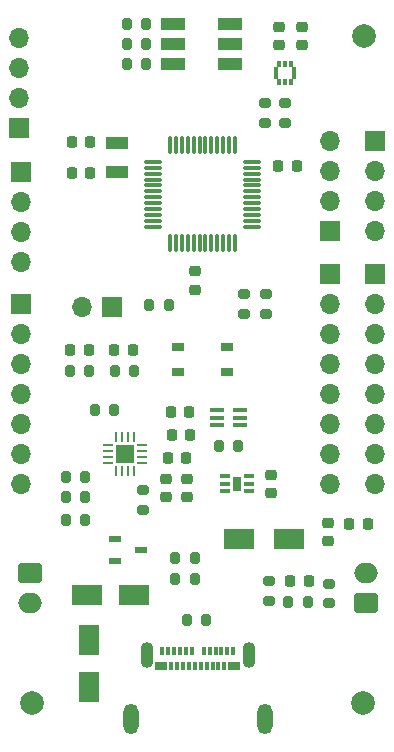
<source format=gbr>
%TF.GenerationSoftware,KiCad,Pcbnew,(6.0.5)*%
%TF.CreationDate,2022-07-28T11:09:16-06:00*%
%TF.ProjectId,transmitter,7472616e-736d-4697-9474-65722e6b6963,rev?*%
%TF.SameCoordinates,Original*%
%TF.FileFunction,Soldermask,Top*%
%TF.FilePolarity,Negative*%
%FSLAX46Y46*%
G04 Gerber Fmt 4.6, Leading zero omitted, Abs format (unit mm)*
G04 Created by KiCad (PCBNEW (6.0.5)) date 2022-07-28 11:09:16*
%MOMM*%
%LPD*%
G01*
G04 APERTURE LIST*
G04 Aperture macros list*
%AMRoundRect*
0 Rectangle with rounded corners*
0 $1 Rounding radius*
0 $2 $3 $4 $5 $6 $7 $8 $9 X,Y pos of 4 corners*
0 Add a 4 corners polygon primitive as box body*
4,1,4,$2,$3,$4,$5,$6,$7,$8,$9,$2,$3,0*
0 Add four circle primitives for the rounded corners*
1,1,$1+$1,$2,$3*
1,1,$1+$1,$4,$5*
1,1,$1+$1,$6,$7*
1,1,$1+$1,$8,$9*
0 Add four rect primitives between the rounded corners*
20,1,$1+$1,$2,$3,$4,$5,0*
20,1,$1+$1,$4,$5,$6,$7,0*
20,1,$1+$1,$6,$7,$8,$9,0*
20,1,$1+$1,$8,$9,$2,$3,0*%
G04 Aperture macros list end*
%ADD10R,1.700000X1.700000*%
%ADD11O,1.700000X1.700000*%
%ADD12RoundRect,0.250000X-0.750000X0.600000X-0.750000X-0.600000X0.750000X-0.600000X0.750000X0.600000X0*%
%ADD13O,2.000000X1.700000*%
%ADD14RoundRect,0.225000X-0.225000X-0.250000X0.225000X-0.250000X0.225000X0.250000X-0.225000X0.250000X0*%
%ADD15RoundRect,0.225000X0.250000X-0.225000X0.250000X0.225000X-0.250000X0.225000X-0.250000X-0.225000X0*%
%ADD16RoundRect,0.200000X0.200000X0.275000X-0.200000X0.275000X-0.200000X-0.275000X0.200000X-0.275000X0*%
%ADD17RoundRect,0.225000X-0.250000X0.225000X-0.250000X-0.225000X0.250000X-0.225000X0.250000X0.225000X0*%
%ADD18RoundRect,0.200000X-0.200000X-0.275000X0.200000X-0.275000X0.200000X0.275000X-0.200000X0.275000X0*%
%ADD19R,0.300000X0.700000*%
%ADD20R,1.000000X0.700000*%
%ADD21O,1.100000X2.200000*%
%ADD22O,1.300000X2.600000*%
%ADD23RoundRect,0.200000X-0.275000X0.200000X-0.275000X-0.200000X0.275000X-0.200000X0.275000X0.200000X0*%
%ADD24RoundRect,0.008100X-0.421900X-0.126900X0.421900X-0.126900X0.421900X0.126900X-0.421900X0.126900X0*%
%ADD25R,0.750000X1.200000*%
%ADD26R,1.800000X2.500000*%
%ADD27RoundRect,0.007000X0.168000X-0.183000X0.168000X0.183000X-0.168000X0.183000X-0.168000X-0.183000X0*%
%ADD28C,2.000000*%
%ADD29R,2.000000X1.100000*%
%ADD30RoundRect,0.225000X0.225000X0.250000X-0.225000X0.250000X-0.225000X-0.250000X0.225000X-0.250000X0*%
%ADD31RoundRect,0.200000X0.275000X-0.200000X0.275000X0.200000X-0.275000X0.200000X-0.275000X-0.200000X0*%
%ADD32R,1.168400X0.355600*%
%ADD33RoundRect,0.218750X-0.218750X-0.256250X0.218750X-0.256250X0.218750X0.256250X-0.218750X0.256250X0*%
%ADD34R,1.600000X1.600000*%
%ADD35RoundRect,0.062500X0.375000X-0.062500X0.375000X0.062500X-0.375000X0.062500X-0.375000X-0.062500X0*%
%ADD36RoundRect,0.062500X0.062500X-0.375000X0.062500X0.375000X-0.062500X0.375000X-0.062500X-0.375000X0*%
%ADD37RoundRect,0.218750X0.218750X0.256250X-0.218750X0.256250X-0.218750X-0.256250X0.218750X-0.256250X0*%
%ADD38R,1.090000X0.610000*%
%ADD39R,1.900000X1.100000*%
%ADD40RoundRect,0.250000X0.750000X-0.600000X0.750000X0.600000X-0.750000X0.600000X-0.750000X-0.600000X0*%
%ADD41R,1.050000X0.650000*%
%ADD42RoundRect,0.075000X-0.662500X-0.075000X0.662500X-0.075000X0.662500X0.075000X-0.662500X0.075000X0*%
%ADD43RoundRect,0.075000X-0.075000X-0.662500X0.075000X-0.662500X0.075000X0.662500X-0.075000X0.662500X0*%
%ADD44R,2.500000X1.800000*%
%ADD45R,2.650000X1.750000*%
G04 APERTURE END LIST*
D10*
%TO.C,J5*%
X134000000Y-102200000D03*
D11*
X134000000Y-104740000D03*
X134000000Y-107280000D03*
X134000000Y-109820000D03*
X134000000Y-112360000D03*
X134000000Y-114900000D03*
X134000000Y-117440000D03*
%TD*%
D10*
%TO.C,J11*%
X164025000Y-99625000D03*
D11*
X164025000Y-102165000D03*
X164025000Y-104705000D03*
X164025000Y-107245000D03*
X164025000Y-109785000D03*
X164025000Y-112325000D03*
X164025000Y-114865000D03*
X164025000Y-117405000D03*
%TD*%
D10*
%TO.C,J8*%
X134000000Y-90980000D03*
D11*
X134000000Y-93520000D03*
X134000000Y-96060000D03*
X134000000Y-98600000D03*
%TD*%
D10*
%TO.C,J7*%
X164025000Y-88400000D03*
D11*
X164025000Y-90940000D03*
X164025000Y-93480000D03*
X164025000Y-96020000D03*
%TD*%
D10*
%TO.C,J6*%
X160200000Y-96000000D03*
D11*
X160200000Y-93460000D03*
X160200000Y-90920000D03*
X160200000Y-88380000D03*
%TD*%
D10*
%TO.C,J3*%
X160225000Y-99625000D03*
D11*
X160225000Y-102165000D03*
X160225000Y-104705000D03*
X160225000Y-107245000D03*
X160225000Y-109785000D03*
X160225000Y-112325000D03*
X160225000Y-114865000D03*
X160225000Y-117405000D03*
%TD*%
D10*
%TO.C,J2*%
X133900000Y-87300000D03*
D11*
X133900000Y-84760000D03*
X133900000Y-82220000D03*
X133900000Y-79680000D03*
%TD*%
D12*
%TO.C,J9*%
X134800000Y-125000000D03*
D13*
X134800000Y-127500000D03*
%TD*%
D14*
%TO.C,C2*%
X138325000Y-91100000D03*
X139875000Y-91100000D03*
%TD*%
D15*
%TO.C,C18*%
X157800000Y-80275000D03*
X157800000Y-78725000D03*
%TD*%
D16*
%TO.C,R22*%
X144625000Y-78500000D03*
X142975000Y-78500000D03*
%TD*%
D17*
%TO.C,C15*%
X155200000Y-116625000D03*
X155200000Y-118175000D03*
%TD*%
D18*
%TO.C,R12*%
X137825000Y-118562500D03*
X139475000Y-118562500D03*
%TD*%
D19*
%TO.C,J10*%
X146000000Y-131530000D03*
X146500000Y-131530000D03*
X147000000Y-131530000D03*
X147500000Y-131530000D03*
X148000000Y-131530000D03*
X148500000Y-131530000D03*
X149500000Y-131530000D03*
X150000000Y-131530000D03*
X150500000Y-131530000D03*
X151000000Y-131530000D03*
X151500000Y-131530000D03*
X152000000Y-131530000D03*
D20*
X152100000Y-132830000D03*
D19*
X151250000Y-132830000D03*
X150750000Y-132830000D03*
X150250000Y-132830000D03*
X149750000Y-132830000D03*
X149250000Y-132830000D03*
X148750000Y-132830000D03*
X148250000Y-132830000D03*
X147750000Y-132830000D03*
X147250000Y-132830000D03*
X146750000Y-132830000D03*
D20*
X145900000Y-132830000D03*
D21*
X144680000Y-131940000D03*
X153320000Y-131940000D03*
D22*
X143350000Y-137300000D03*
X154650000Y-137300000D03*
%TD*%
D14*
%TO.C,C14*%
X146475000Y-115262500D03*
X148025000Y-115262500D03*
%TD*%
D23*
%TO.C,R1*%
X155000000Y-125675000D03*
X155000000Y-127325000D03*
%TD*%
D24*
%TO.C,U3*%
X151265000Y-116750000D03*
X151265000Y-117400000D03*
X151265000Y-118050000D03*
X153335000Y-118050000D03*
X153335000Y-117400000D03*
X153335000Y-116750000D03*
D25*
X152300000Y-117400000D03*
%TD*%
D16*
%TO.C,R16*%
X148725000Y-125500000D03*
X147075000Y-125500000D03*
%TD*%
D14*
%TO.C,C1*%
X138325000Y-88500000D03*
X139875000Y-88500000D03*
%TD*%
D26*
%TO.C,D2*%
X139800000Y-134600000D03*
X139800000Y-130600000D03*
%TD*%
D23*
%TO.C,R4*%
X154700000Y-85175000D03*
X154700000Y-86825000D03*
%TD*%
D14*
%TO.C,C6*%
X155825000Y-90500000D03*
X157375000Y-90500000D03*
%TD*%
D16*
%TO.C,R21*%
X144625000Y-80200000D03*
X142975000Y-80200000D03*
%TD*%
D23*
%TO.C,R8*%
X152900000Y-101375000D03*
X152900000Y-103025000D03*
%TD*%
D27*
%TO.C,U4*%
X155635000Y-82350000D03*
X155635000Y-82850000D03*
X155900000Y-83365000D03*
X156400000Y-83365000D03*
X156900000Y-83365000D03*
X157165000Y-82850000D03*
X157165000Y-82350000D03*
X156900000Y-81835000D03*
X156400000Y-81835000D03*
X155900000Y-81835000D03*
%TD*%
D28*
%TO.C,H4*%
X163000000Y-136000000D03*
%TD*%
D23*
%TO.C,R2*%
X160100000Y-125875000D03*
X160100000Y-127525000D03*
%TD*%
D18*
%TO.C,R15*%
X138175000Y-107900000D03*
X139825000Y-107900000D03*
%TD*%
%TO.C,R14*%
X141975000Y-107900000D03*
X143625000Y-107900000D03*
%TD*%
D10*
%TO.C,J4*%
X141775000Y-102400000D03*
D11*
X139235000Y-102400000D03*
%TD*%
D29*
%TO.C,D7*%
X151700000Y-81900000D03*
X151700000Y-80200000D03*
X151700000Y-78500000D03*
X146900000Y-78500000D03*
X146900000Y-80200000D03*
X146900000Y-81900000D03*
%TD*%
D16*
%TO.C,R20*%
X144625000Y-81900000D03*
X142975000Y-81900000D03*
%TD*%
D18*
%TO.C,R13*%
X137825000Y-120462500D03*
X139475000Y-120462500D03*
%TD*%
D30*
%TO.C,C19*%
X148275000Y-111300000D03*
X146725000Y-111300000D03*
%TD*%
D18*
%TO.C,R23*%
X150775000Y-114200000D03*
X152425000Y-114200000D03*
%TD*%
D31*
%TO.C,R7*%
X154800000Y-103025000D03*
X154800000Y-101375000D03*
%TD*%
D15*
%TO.C,C17*%
X155900000Y-80275000D03*
X155900000Y-78725000D03*
%TD*%
D17*
%TO.C,C10*%
X160000000Y-120725000D03*
X160000000Y-122275000D03*
%TD*%
D32*
%TO.C,U5*%
X150634800Y-111150000D03*
X150634800Y-111800000D03*
X150634800Y-112450000D03*
X152565200Y-112450000D03*
X152565200Y-111800000D03*
X152565200Y-111150000D03*
%TD*%
D14*
%TO.C,C11*%
X161825000Y-120800000D03*
X163375000Y-120800000D03*
%TD*%
D18*
%TO.C,R6*%
X144875000Y-102300000D03*
X146525000Y-102300000D03*
%TD*%
D33*
%TO.C,D4*%
X138212500Y-106100000D03*
X139787500Y-106100000D03*
%TD*%
D34*
%TO.C,U2*%
X142850000Y-114862500D03*
D35*
X141412500Y-115612500D03*
X141412500Y-115112500D03*
X141412500Y-114612500D03*
X141412500Y-114112500D03*
D36*
X142100000Y-113425000D03*
X142600000Y-113425000D03*
X143100000Y-113425000D03*
X143600000Y-113425000D03*
D35*
X144287500Y-114112500D03*
X144287500Y-114612500D03*
X144287500Y-115112500D03*
X144287500Y-115612500D03*
D36*
X143600000Y-116300000D03*
X143100000Y-116300000D03*
X142600000Y-116300000D03*
X142100000Y-116300000D03*
%TD*%
D37*
%TO.C,D3*%
X143487500Y-106100000D03*
X141912500Y-106100000D03*
%TD*%
D38*
%TO.C,Q1*%
X142030000Y-122085000D03*
X142030000Y-123915000D03*
X144170000Y-123000000D03*
%TD*%
D18*
%TO.C,R17*%
X147075000Y-123700000D03*
X148725000Y-123700000D03*
%TD*%
D39*
%TO.C,Y1*%
X142200000Y-88550000D03*
X142200000Y-91050000D03*
%TD*%
D40*
%TO.C,J1*%
X163200000Y-127500000D03*
D13*
X163200000Y-125000000D03*
%TD*%
D16*
%TO.C,R3*%
X158325000Y-127400000D03*
X156675000Y-127400000D03*
%TD*%
D28*
%TO.C,H3*%
X163100000Y-79500000D03*
%TD*%
D31*
%TO.C,R10*%
X144400000Y-119625000D03*
X144400000Y-117975000D03*
%TD*%
D18*
%TO.C,R9*%
X137825000Y-116862500D03*
X139475000Y-116862500D03*
%TD*%
D41*
%TO.C,SW1*%
X147325000Y-105825000D03*
X151475000Y-105825000D03*
X147325000Y-107975000D03*
X151475000Y-107975000D03*
%TD*%
D30*
%TO.C,C16*%
X148375000Y-113300000D03*
X146825000Y-113300000D03*
%TD*%
D42*
%TO.C,U1*%
X145237500Y-90150000D03*
X145237500Y-90650000D03*
X145237500Y-91150000D03*
X145237500Y-91650000D03*
X145237500Y-92150000D03*
X145237500Y-92650000D03*
X145237500Y-93150000D03*
X145237500Y-93650000D03*
X145237500Y-94150000D03*
X145237500Y-94650000D03*
X145237500Y-95150000D03*
X145237500Y-95650000D03*
D43*
X146650000Y-97062500D03*
X147150000Y-97062500D03*
X147650000Y-97062500D03*
X148150000Y-97062500D03*
X148650000Y-97062500D03*
X149150000Y-97062500D03*
X149650000Y-97062500D03*
X150150000Y-97062500D03*
X150650000Y-97062500D03*
X151150000Y-97062500D03*
X151650000Y-97062500D03*
X152150000Y-97062500D03*
D42*
X153562500Y-95650000D03*
X153562500Y-95150000D03*
X153562500Y-94650000D03*
X153562500Y-94150000D03*
X153562500Y-93650000D03*
X153562500Y-93150000D03*
X153562500Y-92650000D03*
X153562500Y-92150000D03*
X153562500Y-91650000D03*
X153562500Y-91150000D03*
X153562500Y-90650000D03*
X153562500Y-90150000D03*
D43*
X152150000Y-88737500D03*
X151650000Y-88737500D03*
X151150000Y-88737500D03*
X150650000Y-88737500D03*
X150150000Y-88737500D03*
X149650000Y-88737500D03*
X149150000Y-88737500D03*
X148650000Y-88737500D03*
X148150000Y-88737500D03*
X147650000Y-88737500D03*
X147150000Y-88737500D03*
X146650000Y-88737500D03*
%TD*%
D31*
%TO.C,R5*%
X156400000Y-86825000D03*
X156400000Y-85175000D03*
%TD*%
D17*
%TO.C,C13*%
X148050000Y-116987500D03*
X148050000Y-118537500D03*
%TD*%
D28*
%TO.C,H1*%
X135000000Y-136000000D03*
%TD*%
D37*
%TO.C,D1*%
X158387500Y-125600000D03*
X156812500Y-125600000D03*
%TD*%
D18*
%TO.C,R18*%
X148075000Y-128900000D03*
X149725000Y-128900000D03*
%TD*%
D44*
%TO.C,D6*%
X139600000Y-126800000D03*
X143600000Y-126800000D03*
%TD*%
D18*
%TO.C,R11*%
X140275000Y-111200000D03*
X141925000Y-111200000D03*
%TD*%
D17*
%TO.C,C12*%
X146350000Y-116987500D03*
X146350000Y-118537500D03*
%TD*%
D45*
%TO.C,D5*%
X156750000Y-122100000D03*
X152450000Y-122100000D03*
%TD*%
D17*
%TO.C,C7*%
X148800000Y-99425000D03*
X148800000Y-100975000D03*
%TD*%
M02*

</source>
